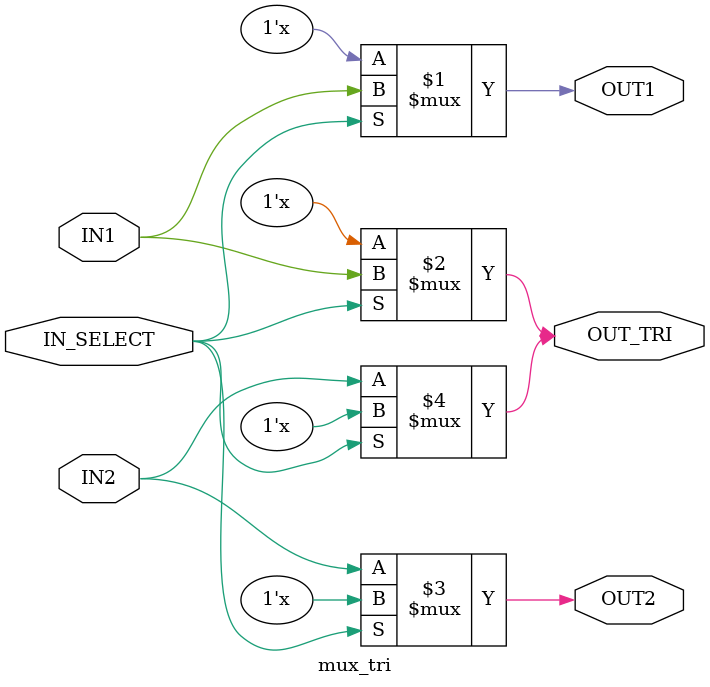
<source format=v>
/*
Modeling:
	Switch Level [MOS simulation]
	Gate Level modeling [ primitive logic gate ]
	Dataflow   modeling [ assign ]
	Behavioral modeling [ always ] [ Sequential Circuit ]
	
	Dataflow + Behavioral => RTL (Register transfer level)
*/

/*
Basic Gates
    and, nand, or, nor, xor, xnor, not, buf
  Tri-state
    bufif0, bufif1, notif0, notif1
*/
module 
mux_tri(OUT1, OUT2, OUT_TRI, IN1, IN2, IN_SELECT);  //<- semicolon !!

   input   IN1, IN2, IN_SELECT;
   output  OUT1, OUT2, OUT_TRI;
   tri     OUT_TRI;
   
   bufif1(OUT1, IN1, IN_SELECT);
   bufif1(OUT_TRI, IN1, IN_SELECT);
   bufif0(OUT2, IN2, IN_SELECT);
   bufif0(OUT_TRI, IN2, IN_SELECT);

endmodule  //<- NO semicolon !!
</source>
